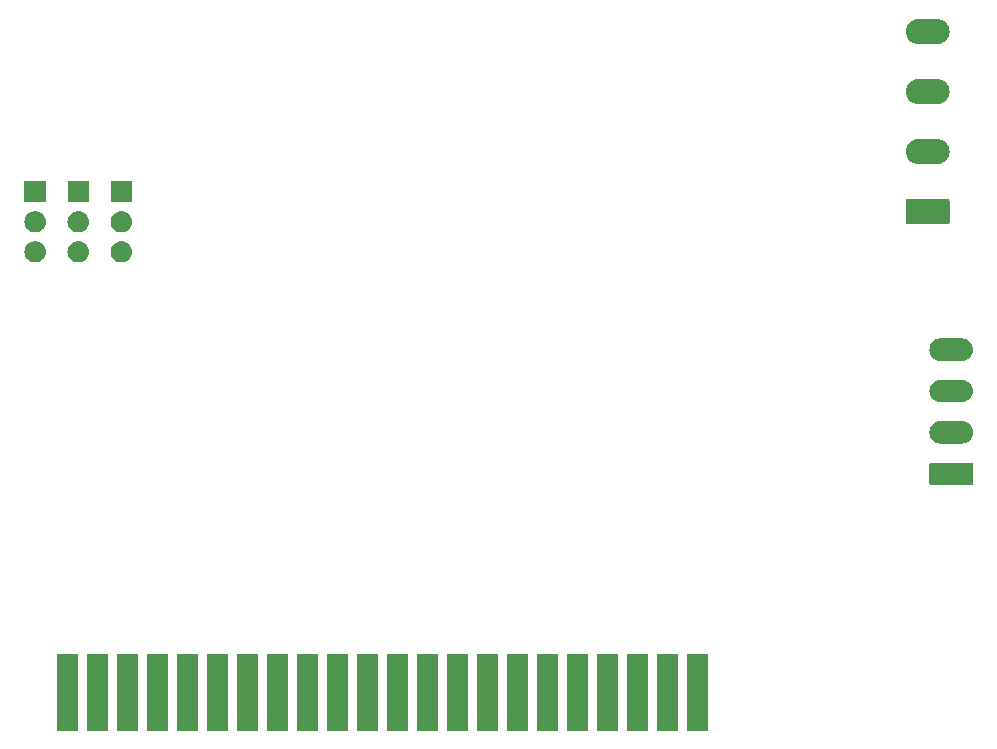
<source format=gbr>
G04 #@! TF.GenerationSoftware,KiCad,Pcbnew,5.0.2-bee76a0~70~ubuntu18.04.1*
G04 #@! TF.CreationDate,2019-10-20T22:12:44-04:00*
G04 #@! TF.ProjectId,Stepper Driver Card,53746570-7065-4722-9044-726976657220,rev?*
G04 #@! TF.SameCoordinates,Original*
G04 #@! TF.FileFunction,Soldermask,Bot*
G04 #@! TF.FilePolarity,Negative*
%FSLAX46Y46*%
G04 Gerber Fmt 4.6, Leading zero omitted, Abs format (unit mm)*
G04 Created by KiCad (PCBNEW 5.0.2-bee76a0~70~ubuntu18.04.1) date Sun 20 Oct 2019 10:12:44 PM EDT*
%MOMM*%
%LPD*%
G01*
G04 APERTURE LIST*
%ADD10C,0.100000*%
G04 APERTURE END LIST*
D10*
G36*
X108826500Y-120345400D02*
X107073500Y-120345400D01*
X107073500Y-113893400D01*
X108826500Y-113893400D01*
X108826500Y-120345400D01*
X108826500Y-120345400D01*
G37*
G36*
X162166500Y-120345400D02*
X160413500Y-120345400D01*
X160413500Y-113893400D01*
X162166500Y-113893400D01*
X162166500Y-120345400D01*
X162166500Y-120345400D01*
G37*
G36*
X157086500Y-120345400D02*
X155333500Y-120345400D01*
X155333500Y-113893400D01*
X157086500Y-113893400D01*
X157086500Y-120345400D01*
X157086500Y-120345400D01*
G37*
G36*
X154546500Y-120345400D02*
X152793500Y-120345400D01*
X152793500Y-113893400D01*
X154546500Y-113893400D01*
X154546500Y-120345400D01*
X154546500Y-120345400D01*
G37*
G36*
X152006500Y-120345400D02*
X150253500Y-120345400D01*
X150253500Y-113893400D01*
X152006500Y-113893400D01*
X152006500Y-120345400D01*
X152006500Y-120345400D01*
G37*
G36*
X149466500Y-120345400D02*
X147713500Y-120345400D01*
X147713500Y-113893400D01*
X149466500Y-113893400D01*
X149466500Y-120345400D01*
X149466500Y-120345400D01*
G37*
G36*
X146926500Y-120345400D02*
X145173500Y-120345400D01*
X145173500Y-113893400D01*
X146926500Y-113893400D01*
X146926500Y-120345400D01*
X146926500Y-120345400D01*
G37*
G36*
X144386500Y-120345400D02*
X142633500Y-120345400D01*
X142633500Y-113893400D01*
X144386500Y-113893400D01*
X144386500Y-120345400D01*
X144386500Y-120345400D01*
G37*
G36*
X141846500Y-120345400D02*
X140093500Y-120345400D01*
X140093500Y-113893400D01*
X141846500Y-113893400D01*
X141846500Y-120345400D01*
X141846500Y-120345400D01*
G37*
G36*
X139306500Y-120345400D02*
X137553500Y-120345400D01*
X137553500Y-113893400D01*
X139306500Y-113893400D01*
X139306500Y-120345400D01*
X139306500Y-120345400D01*
G37*
G36*
X159626500Y-120345400D02*
X157873500Y-120345400D01*
X157873500Y-113893400D01*
X159626500Y-113893400D01*
X159626500Y-120345400D01*
X159626500Y-120345400D01*
G37*
G36*
X131686500Y-120345400D02*
X129933500Y-120345400D01*
X129933500Y-113893400D01*
X131686500Y-113893400D01*
X131686500Y-120345400D01*
X131686500Y-120345400D01*
G37*
G36*
X129146500Y-120345400D02*
X127393500Y-120345400D01*
X127393500Y-113893400D01*
X129146500Y-113893400D01*
X129146500Y-120345400D01*
X129146500Y-120345400D01*
G37*
G36*
X126606500Y-120345400D02*
X124853500Y-120345400D01*
X124853500Y-113893400D01*
X126606500Y-113893400D01*
X126606500Y-120345400D01*
X126606500Y-120345400D01*
G37*
G36*
X124066500Y-120345400D02*
X122313500Y-120345400D01*
X122313500Y-113893400D01*
X124066500Y-113893400D01*
X124066500Y-120345400D01*
X124066500Y-120345400D01*
G37*
G36*
X121526500Y-120345400D02*
X119773500Y-120345400D01*
X119773500Y-113893400D01*
X121526500Y-113893400D01*
X121526500Y-120345400D01*
X121526500Y-120345400D01*
G37*
G36*
X118986500Y-120345400D02*
X117233500Y-120345400D01*
X117233500Y-113893400D01*
X118986500Y-113893400D01*
X118986500Y-120345400D01*
X118986500Y-120345400D01*
G37*
G36*
X116446500Y-120345400D02*
X114693500Y-120345400D01*
X114693500Y-113893400D01*
X116446500Y-113893400D01*
X116446500Y-120345400D01*
X116446500Y-120345400D01*
G37*
G36*
X113906500Y-120345400D02*
X112153500Y-120345400D01*
X112153500Y-113893400D01*
X113906500Y-113893400D01*
X113906500Y-120345400D01*
X113906500Y-120345400D01*
G37*
G36*
X111366500Y-120345400D02*
X109613500Y-120345400D01*
X109613500Y-113893400D01*
X111366500Y-113893400D01*
X111366500Y-120345400D01*
X111366500Y-120345400D01*
G37*
G36*
X136766500Y-120345400D02*
X135013500Y-120345400D01*
X135013500Y-113893400D01*
X136766500Y-113893400D01*
X136766500Y-120345400D01*
X136766500Y-120345400D01*
G37*
G36*
X134226500Y-120345400D02*
X132473500Y-120345400D01*
X132473500Y-113893400D01*
X134226500Y-113893400D01*
X134226500Y-120345400D01*
X134226500Y-120345400D01*
G37*
G36*
X184510918Y-97652934D02*
X184543424Y-97662795D01*
X184573383Y-97678808D01*
X184599641Y-97700359D01*
X184621192Y-97726617D01*
X184637205Y-97756576D01*
X184647066Y-97789082D01*
X184651000Y-97829029D01*
X184651000Y-99370971D01*
X184647066Y-99410918D01*
X184637205Y-99443424D01*
X184621192Y-99473383D01*
X184599641Y-99499641D01*
X184573383Y-99521192D01*
X184543424Y-99537205D01*
X184510918Y-99547066D01*
X184470971Y-99551000D01*
X181129029Y-99551000D01*
X181089082Y-99547066D01*
X181056576Y-99537205D01*
X181026617Y-99521192D01*
X181000359Y-99499641D01*
X180978808Y-99473383D01*
X180962795Y-99443424D01*
X180952934Y-99410918D01*
X180949000Y-99370971D01*
X180949000Y-97829029D01*
X180952934Y-97789082D01*
X180962795Y-97756576D01*
X180978808Y-97726617D01*
X181000359Y-97700359D01*
X181026617Y-97678808D01*
X181056576Y-97662795D01*
X181089082Y-97652934D01*
X181129029Y-97649000D01*
X184470971Y-97649000D01*
X184510918Y-97652934D01*
X184510918Y-97652934D01*
G37*
G36*
X183886425Y-94162760D02*
X183886428Y-94162761D01*
X183886429Y-94162761D01*
X184065693Y-94217140D01*
X184065695Y-94217141D01*
X184230905Y-94305448D01*
X184375712Y-94424288D01*
X184494552Y-94569095D01*
X184582859Y-94734305D01*
X184637240Y-94913575D01*
X184655601Y-95100000D01*
X184637240Y-95286425D01*
X184582859Y-95465695D01*
X184494552Y-95630905D01*
X184375712Y-95775712D01*
X184230905Y-95894552D01*
X184230903Y-95894553D01*
X184065693Y-95982860D01*
X183886429Y-96037239D01*
X183886428Y-96037239D01*
X183886425Y-96037240D01*
X183746718Y-96051000D01*
X181853282Y-96051000D01*
X181713575Y-96037240D01*
X181713572Y-96037239D01*
X181713571Y-96037239D01*
X181534307Y-95982860D01*
X181369097Y-95894553D01*
X181369095Y-95894552D01*
X181224288Y-95775712D01*
X181105448Y-95630905D01*
X181017141Y-95465695D01*
X180962760Y-95286425D01*
X180944399Y-95100000D01*
X180962760Y-94913575D01*
X181017141Y-94734305D01*
X181105448Y-94569095D01*
X181224288Y-94424288D01*
X181369095Y-94305448D01*
X181534305Y-94217141D01*
X181534307Y-94217140D01*
X181713571Y-94162761D01*
X181713572Y-94162761D01*
X181713575Y-94162760D01*
X181853282Y-94149000D01*
X183746718Y-94149000D01*
X183886425Y-94162760D01*
X183886425Y-94162760D01*
G37*
G36*
X183886425Y-90662760D02*
X183886428Y-90662761D01*
X183886429Y-90662761D01*
X184065693Y-90717140D01*
X184065695Y-90717141D01*
X184230905Y-90805448D01*
X184375712Y-90924288D01*
X184494552Y-91069095D01*
X184582859Y-91234305D01*
X184637240Y-91413575D01*
X184655601Y-91600000D01*
X184637240Y-91786425D01*
X184582859Y-91965695D01*
X184494552Y-92130905D01*
X184375712Y-92275712D01*
X184230905Y-92394552D01*
X184230903Y-92394553D01*
X184065693Y-92482860D01*
X183886429Y-92537239D01*
X183886428Y-92537239D01*
X183886425Y-92537240D01*
X183746718Y-92551000D01*
X181853282Y-92551000D01*
X181713575Y-92537240D01*
X181713572Y-92537239D01*
X181713571Y-92537239D01*
X181534307Y-92482860D01*
X181369097Y-92394553D01*
X181369095Y-92394552D01*
X181224288Y-92275712D01*
X181105448Y-92130905D01*
X181017141Y-91965695D01*
X180962760Y-91786425D01*
X180944399Y-91600000D01*
X180962760Y-91413575D01*
X181017141Y-91234305D01*
X181105448Y-91069095D01*
X181224288Y-90924288D01*
X181369095Y-90805448D01*
X181534305Y-90717141D01*
X181534307Y-90717140D01*
X181713571Y-90662761D01*
X181713572Y-90662761D01*
X181713575Y-90662760D01*
X181853282Y-90649000D01*
X183746718Y-90649000D01*
X183886425Y-90662760D01*
X183886425Y-90662760D01*
G37*
G36*
X183886425Y-87162760D02*
X183886428Y-87162761D01*
X183886429Y-87162761D01*
X184065693Y-87217140D01*
X184065695Y-87217141D01*
X184230905Y-87305448D01*
X184375712Y-87424288D01*
X184494552Y-87569095D01*
X184582859Y-87734305D01*
X184637240Y-87913575D01*
X184655601Y-88100000D01*
X184637240Y-88286425D01*
X184582859Y-88465695D01*
X184494552Y-88630905D01*
X184375712Y-88775712D01*
X184230905Y-88894552D01*
X184230903Y-88894553D01*
X184065693Y-88982860D01*
X183886429Y-89037239D01*
X183886428Y-89037239D01*
X183886425Y-89037240D01*
X183746718Y-89051000D01*
X181853282Y-89051000D01*
X181713575Y-89037240D01*
X181713572Y-89037239D01*
X181713571Y-89037239D01*
X181534307Y-88982860D01*
X181369097Y-88894553D01*
X181369095Y-88894552D01*
X181224288Y-88775712D01*
X181105448Y-88630905D01*
X181017141Y-88465695D01*
X180962760Y-88286425D01*
X180944399Y-88100000D01*
X180962760Y-87913575D01*
X181017141Y-87734305D01*
X181105448Y-87569095D01*
X181224288Y-87424288D01*
X181369095Y-87305448D01*
X181534305Y-87217141D01*
X181534307Y-87217140D01*
X181713571Y-87162761D01*
X181713572Y-87162761D01*
X181713575Y-87162760D01*
X181853282Y-87149000D01*
X183746718Y-87149000D01*
X183886425Y-87162760D01*
X183886425Y-87162760D01*
G37*
G36*
X112635444Y-78900520D02*
X112701628Y-78907038D01*
X112814854Y-78941385D01*
X112871468Y-78958558D01*
X113010088Y-79032653D01*
X113027992Y-79042223D01*
X113063730Y-79071553D01*
X113165187Y-79154815D01*
X113248449Y-79256272D01*
X113277779Y-79292010D01*
X113277780Y-79292012D01*
X113361444Y-79448534D01*
X113361444Y-79448535D01*
X113412964Y-79618374D01*
X113430360Y-79795001D01*
X113412964Y-79971628D01*
X113378617Y-80084854D01*
X113361444Y-80141468D01*
X113287349Y-80280088D01*
X113277779Y-80297992D01*
X113248449Y-80333730D01*
X113165187Y-80435187D01*
X113063730Y-80518449D01*
X113027992Y-80547779D01*
X113027990Y-80547780D01*
X112871468Y-80631444D01*
X112814854Y-80648617D01*
X112701628Y-80682964D01*
X112635443Y-80689483D01*
X112569261Y-80696001D01*
X112480741Y-80696001D01*
X112414559Y-80689483D01*
X112348374Y-80682964D01*
X112235148Y-80648617D01*
X112178534Y-80631444D01*
X112022012Y-80547780D01*
X112022010Y-80547779D01*
X111986272Y-80518449D01*
X111884815Y-80435187D01*
X111801553Y-80333730D01*
X111772223Y-80297992D01*
X111762653Y-80280088D01*
X111688558Y-80141468D01*
X111671385Y-80084854D01*
X111637038Y-79971628D01*
X111619642Y-79795001D01*
X111637038Y-79618374D01*
X111688558Y-79448535D01*
X111688558Y-79448534D01*
X111772222Y-79292012D01*
X111772223Y-79292010D01*
X111801553Y-79256272D01*
X111884815Y-79154815D01*
X111986272Y-79071553D01*
X112022010Y-79042223D01*
X112039914Y-79032653D01*
X112178534Y-78958558D01*
X112235148Y-78941385D01*
X112348374Y-78907038D01*
X112414558Y-78900520D01*
X112480741Y-78894001D01*
X112569261Y-78894001D01*
X112635444Y-78900520D01*
X112635444Y-78900520D01*
G37*
G36*
X108985444Y-78900520D02*
X109051628Y-78907038D01*
X109164854Y-78941385D01*
X109221468Y-78958558D01*
X109360088Y-79032653D01*
X109377992Y-79042223D01*
X109413730Y-79071553D01*
X109515187Y-79154815D01*
X109598449Y-79256272D01*
X109627779Y-79292010D01*
X109627780Y-79292012D01*
X109711444Y-79448534D01*
X109711444Y-79448535D01*
X109762964Y-79618374D01*
X109780360Y-79795001D01*
X109762964Y-79971628D01*
X109728617Y-80084854D01*
X109711444Y-80141468D01*
X109637349Y-80280088D01*
X109627779Y-80297992D01*
X109598449Y-80333730D01*
X109515187Y-80435187D01*
X109413730Y-80518449D01*
X109377992Y-80547779D01*
X109377990Y-80547780D01*
X109221468Y-80631444D01*
X109164854Y-80648617D01*
X109051628Y-80682964D01*
X108985443Y-80689483D01*
X108919261Y-80696001D01*
X108830741Y-80696001D01*
X108764559Y-80689483D01*
X108698374Y-80682964D01*
X108585148Y-80648617D01*
X108528534Y-80631444D01*
X108372012Y-80547780D01*
X108372010Y-80547779D01*
X108336272Y-80518449D01*
X108234815Y-80435187D01*
X108151553Y-80333730D01*
X108122223Y-80297992D01*
X108112653Y-80280088D01*
X108038558Y-80141468D01*
X108021385Y-80084854D01*
X107987038Y-79971628D01*
X107969642Y-79795001D01*
X107987038Y-79618374D01*
X108038558Y-79448535D01*
X108038558Y-79448534D01*
X108122222Y-79292012D01*
X108122223Y-79292010D01*
X108151553Y-79256272D01*
X108234815Y-79154815D01*
X108336272Y-79071553D01*
X108372010Y-79042223D01*
X108389914Y-79032653D01*
X108528534Y-78958558D01*
X108585148Y-78941385D01*
X108698374Y-78907038D01*
X108764558Y-78900520D01*
X108830741Y-78894001D01*
X108919261Y-78894001D01*
X108985444Y-78900520D01*
X108985444Y-78900520D01*
G37*
G36*
X105335444Y-78900520D02*
X105401628Y-78907038D01*
X105514854Y-78941385D01*
X105571468Y-78958558D01*
X105710088Y-79032653D01*
X105727992Y-79042223D01*
X105763730Y-79071553D01*
X105865187Y-79154815D01*
X105948449Y-79256272D01*
X105977779Y-79292010D01*
X105977780Y-79292012D01*
X106061444Y-79448534D01*
X106061444Y-79448535D01*
X106112964Y-79618374D01*
X106130360Y-79795001D01*
X106112964Y-79971628D01*
X106078617Y-80084854D01*
X106061444Y-80141468D01*
X105987349Y-80280088D01*
X105977779Y-80297992D01*
X105948449Y-80333730D01*
X105865187Y-80435187D01*
X105763730Y-80518449D01*
X105727992Y-80547779D01*
X105727990Y-80547780D01*
X105571468Y-80631444D01*
X105514854Y-80648617D01*
X105401628Y-80682964D01*
X105335443Y-80689483D01*
X105269261Y-80696001D01*
X105180741Y-80696001D01*
X105114559Y-80689483D01*
X105048374Y-80682964D01*
X104935148Y-80648617D01*
X104878534Y-80631444D01*
X104722012Y-80547780D01*
X104722010Y-80547779D01*
X104686272Y-80518449D01*
X104584815Y-80435187D01*
X104501553Y-80333730D01*
X104472223Y-80297992D01*
X104462653Y-80280088D01*
X104388558Y-80141468D01*
X104371385Y-80084854D01*
X104337038Y-79971628D01*
X104319642Y-79795001D01*
X104337038Y-79618374D01*
X104388558Y-79448535D01*
X104388558Y-79448534D01*
X104472222Y-79292012D01*
X104472223Y-79292010D01*
X104501553Y-79256272D01*
X104584815Y-79154815D01*
X104686272Y-79071553D01*
X104722010Y-79042223D01*
X104739914Y-79032653D01*
X104878534Y-78958558D01*
X104935148Y-78941385D01*
X105048374Y-78907038D01*
X105114558Y-78900520D01*
X105180741Y-78894001D01*
X105269261Y-78894001D01*
X105335444Y-78900520D01*
X105335444Y-78900520D01*
G37*
G36*
X112635443Y-76360519D02*
X112701628Y-76367038D01*
X112814854Y-76401385D01*
X112871468Y-76418558D01*
X113010088Y-76492653D01*
X113027992Y-76502223D01*
X113063730Y-76531553D01*
X113165187Y-76614815D01*
X113248449Y-76716272D01*
X113277779Y-76752010D01*
X113277780Y-76752012D01*
X113361444Y-76908534D01*
X113361444Y-76908535D01*
X113412964Y-77078374D01*
X113430360Y-77255001D01*
X113412964Y-77431628D01*
X113378617Y-77544854D01*
X113361444Y-77601468D01*
X113287349Y-77740088D01*
X113277779Y-77757992D01*
X113248449Y-77793730D01*
X113165187Y-77895187D01*
X113063730Y-77978449D01*
X113027992Y-78007779D01*
X113027990Y-78007780D01*
X112871468Y-78091444D01*
X112814854Y-78108617D01*
X112701628Y-78142964D01*
X112635444Y-78149482D01*
X112569261Y-78156001D01*
X112480741Y-78156001D01*
X112414558Y-78149482D01*
X112348374Y-78142964D01*
X112235148Y-78108617D01*
X112178534Y-78091444D01*
X112022012Y-78007780D01*
X112022010Y-78007779D01*
X111986272Y-77978449D01*
X111884815Y-77895187D01*
X111801553Y-77793730D01*
X111772223Y-77757992D01*
X111762653Y-77740088D01*
X111688558Y-77601468D01*
X111671385Y-77544854D01*
X111637038Y-77431628D01*
X111619642Y-77255001D01*
X111637038Y-77078374D01*
X111688558Y-76908535D01*
X111688558Y-76908534D01*
X111772222Y-76752012D01*
X111772223Y-76752010D01*
X111801553Y-76716272D01*
X111884815Y-76614815D01*
X111986272Y-76531553D01*
X112022010Y-76502223D01*
X112039914Y-76492653D01*
X112178534Y-76418558D01*
X112235148Y-76401385D01*
X112348374Y-76367038D01*
X112414559Y-76360519D01*
X112480741Y-76354001D01*
X112569261Y-76354001D01*
X112635443Y-76360519D01*
X112635443Y-76360519D01*
G37*
G36*
X108985443Y-76360519D02*
X109051628Y-76367038D01*
X109164854Y-76401385D01*
X109221468Y-76418558D01*
X109360088Y-76492653D01*
X109377992Y-76502223D01*
X109413730Y-76531553D01*
X109515187Y-76614815D01*
X109598449Y-76716272D01*
X109627779Y-76752010D01*
X109627780Y-76752012D01*
X109711444Y-76908534D01*
X109711444Y-76908535D01*
X109762964Y-77078374D01*
X109780360Y-77255001D01*
X109762964Y-77431628D01*
X109728617Y-77544854D01*
X109711444Y-77601468D01*
X109637349Y-77740088D01*
X109627779Y-77757992D01*
X109598449Y-77793730D01*
X109515187Y-77895187D01*
X109413730Y-77978449D01*
X109377992Y-78007779D01*
X109377990Y-78007780D01*
X109221468Y-78091444D01*
X109164854Y-78108617D01*
X109051628Y-78142964D01*
X108985444Y-78149482D01*
X108919261Y-78156001D01*
X108830741Y-78156001D01*
X108764558Y-78149482D01*
X108698374Y-78142964D01*
X108585148Y-78108617D01*
X108528534Y-78091444D01*
X108372012Y-78007780D01*
X108372010Y-78007779D01*
X108336272Y-77978449D01*
X108234815Y-77895187D01*
X108151553Y-77793730D01*
X108122223Y-77757992D01*
X108112653Y-77740088D01*
X108038558Y-77601468D01*
X108021385Y-77544854D01*
X107987038Y-77431628D01*
X107969642Y-77255001D01*
X107987038Y-77078374D01*
X108038558Y-76908535D01*
X108038558Y-76908534D01*
X108122222Y-76752012D01*
X108122223Y-76752010D01*
X108151553Y-76716272D01*
X108234815Y-76614815D01*
X108336272Y-76531553D01*
X108372010Y-76502223D01*
X108389914Y-76492653D01*
X108528534Y-76418558D01*
X108585148Y-76401385D01*
X108698374Y-76367038D01*
X108764559Y-76360519D01*
X108830741Y-76354001D01*
X108919261Y-76354001D01*
X108985443Y-76360519D01*
X108985443Y-76360519D01*
G37*
G36*
X105335443Y-76360519D02*
X105401628Y-76367038D01*
X105514854Y-76401385D01*
X105571468Y-76418558D01*
X105710088Y-76492653D01*
X105727992Y-76502223D01*
X105763730Y-76531553D01*
X105865187Y-76614815D01*
X105948449Y-76716272D01*
X105977779Y-76752010D01*
X105977780Y-76752012D01*
X106061444Y-76908534D01*
X106061444Y-76908535D01*
X106112964Y-77078374D01*
X106130360Y-77255001D01*
X106112964Y-77431628D01*
X106078617Y-77544854D01*
X106061444Y-77601468D01*
X105987349Y-77740088D01*
X105977779Y-77757992D01*
X105948449Y-77793730D01*
X105865187Y-77895187D01*
X105763730Y-77978449D01*
X105727992Y-78007779D01*
X105727990Y-78007780D01*
X105571468Y-78091444D01*
X105514854Y-78108617D01*
X105401628Y-78142964D01*
X105335444Y-78149482D01*
X105269261Y-78156001D01*
X105180741Y-78156001D01*
X105114558Y-78149482D01*
X105048374Y-78142964D01*
X104935148Y-78108617D01*
X104878534Y-78091444D01*
X104722012Y-78007780D01*
X104722010Y-78007779D01*
X104686272Y-77978449D01*
X104584815Y-77895187D01*
X104501553Y-77793730D01*
X104472223Y-77757992D01*
X104462653Y-77740088D01*
X104388558Y-77601468D01*
X104371385Y-77544854D01*
X104337038Y-77431628D01*
X104319642Y-77255001D01*
X104337038Y-77078374D01*
X104388558Y-76908535D01*
X104388558Y-76908534D01*
X104472222Y-76752012D01*
X104472223Y-76752010D01*
X104501553Y-76716272D01*
X104584815Y-76614815D01*
X104686272Y-76531553D01*
X104722010Y-76502223D01*
X104739914Y-76492653D01*
X104878534Y-76418558D01*
X104935148Y-76401385D01*
X105048374Y-76367038D01*
X105114559Y-76360519D01*
X105180741Y-76354001D01*
X105269261Y-76354001D01*
X105335443Y-76360519D01*
X105335443Y-76360519D01*
G37*
G36*
X182516216Y-75312808D02*
X182547491Y-75322295D01*
X182576309Y-75337698D01*
X182601570Y-75358430D01*
X182622302Y-75383691D01*
X182637705Y-75412509D01*
X182647192Y-75443784D01*
X182651000Y-75482447D01*
X182651000Y-77317553D01*
X182647192Y-77356216D01*
X182637705Y-77387491D01*
X182622302Y-77416309D01*
X182601570Y-77441570D01*
X182576309Y-77462302D01*
X182547491Y-77477705D01*
X182516216Y-77487192D01*
X182477553Y-77491000D01*
X179122447Y-77491000D01*
X179083784Y-77487192D01*
X179052509Y-77477705D01*
X179023691Y-77462302D01*
X178998430Y-77441570D01*
X178977698Y-77416309D01*
X178962295Y-77387491D01*
X178952808Y-77356216D01*
X178949000Y-77317553D01*
X178949000Y-75482447D01*
X178952808Y-75443784D01*
X178962295Y-75412509D01*
X178977698Y-75383691D01*
X178998430Y-75358430D01*
X179023691Y-75337698D01*
X179052509Y-75322295D01*
X179083784Y-75312808D01*
X179122447Y-75309000D01*
X182477553Y-75309000D01*
X182516216Y-75312808D01*
X182516216Y-75312808D01*
G37*
G36*
X106126001Y-75616001D02*
X104324001Y-75616001D01*
X104324001Y-73814001D01*
X106126001Y-73814001D01*
X106126001Y-75616001D01*
X106126001Y-75616001D01*
G37*
G36*
X109776001Y-75616001D02*
X107974001Y-75616001D01*
X107974001Y-73814001D01*
X109776001Y-73814001D01*
X109776001Y-75616001D01*
X109776001Y-75616001D01*
G37*
G36*
X113426001Y-75616001D02*
X111624001Y-75616001D01*
X111624001Y-73814001D01*
X113426001Y-73814001D01*
X113426001Y-75616001D01*
X113426001Y-75616001D01*
G37*
G36*
X181773870Y-70244786D02*
X181773873Y-70244787D01*
X181979527Y-70307171D01*
X181979529Y-70307172D01*
X181979532Y-70307173D01*
X182169060Y-70408477D01*
X182335186Y-70544814D01*
X182471523Y-70710940D01*
X182572827Y-70900468D01*
X182635214Y-71106130D01*
X182656278Y-71320000D01*
X182635214Y-71533870D01*
X182572827Y-71739532D01*
X182471523Y-71929060D01*
X182335186Y-72095186D01*
X182169060Y-72231523D01*
X181979532Y-72332827D01*
X181979529Y-72332828D01*
X181979527Y-72332829D01*
X181806147Y-72385423D01*
X181773870Y-72395214D01*
X181613592Y-72411000D01*
X179986408Y-72411000D01*
X179826130Y-72395214D01*
X179793853Y-72385423D01*
X179620473Y-72332829D01*
X179620471Y-72332828D01*
X179620468Y-72332827D01*
X179430940Y-72231523D01*
X179264814Y-72095186D01*
X179128477Y-71929060D01*
X179027173Y-71739532D01*
X178964786Y-71533870D01*
X178943722Y-71320000D01*
X178964786Y-71106130D01*
X179027173Y-70900468D01*
X179128477Y-70710940D01*
X179264814Y-70544814D01*
X179430940Y-70408477D01*
X179620468Y-70307173D01*
X179620471Y-70307172D01*
X179620473Y-70307171D01*
X179826127Y-70244787D01*
X179826130Y-70244786D01*
X179986408Y-70229000D01*
X181613592Y-70229000D01*
X181773870Y-70244786D01*
X181773870Y-70244786D01*
G37*
G36*
X181773870Y-65164786D02*
X181773873Y-65164787D01*
X181979527Y-65227171D01*
X181979529Y-65227172D01*
X181979532Y-65227173D01*
X182169060Y-65328477D01*
X182335186Y-65464814D01*
X182471523Y-65630940D01*
X182572827Y-65820468D01*
X182635214Y-66026130D01*
X182656278Y-66240000D01*
X182635214Y-66453870D01*
X182572827Y-66659532D01*
X182471523Y-66849060D01*
X182335186Y-67015186D01*
X182169060Y-67151523D01*
X181979532Y-67252827D01*
X181979529Y-67252828D01*
X181979527Y-67252829D01*
X181806147Y-67305423D01*
X181773870Y-67315214D01*
X181613592Y-67331000D01*
X179986408Y-67331000D01*
X179826130Y-67315214D01*
X179793853Y-67305423D01*
X179620473Y-67252829D01*
X179620471Y-67252828D01*
X179620468Y-67252827D01*
X179430940Y-67151523D01*
X179264814Y-67015186D01*
X179128477Y-66849060D01*
X179027173Y-66659532D01*
X178964786Y-66453870D01*
X178943722Y-66240000D01*
X178964786Y-66026130D01*
X179027173Y-65820468D01*
X179128477Y-65630940D01*
X179264814Y-65464814D01*
X179430940Y-65328477D01*
X179620468Y-65227173D01*
X179620471Y-65227172D01*
X179620473Y-65227171D01*
X179826127Y-65164787D01*
X179826130Y-65164786D01*
X179986408Y-65149000D01*
X181613592Y-65149000D01*
X181773870Y-65164786D01*
X181773870Y-65164786D01*
G37*
G36*
X181773870Y-60084786D02*
X181773873Y-60084787D01*
X181979527Y-60147171D01*
X181979529Y-60147172D01*
X181979532Y-60147173D01*
X182169060Y-60248477D01*
X182335186Y-60384814D01*
X182471523Y-60550940D01*
X182572827Y-60740468D01*
X182635214Y-60946130D01*
X182656278Y-61160000D01*
X182635214Y-61373870D01*
X182572827Y-61579532D01*
X182471523Y-61769060D01*
X182335186Y-61935186D01*
X182169060Y-62071523D01*
X181979532Y-62172827D01*
X181979529Y-62172828D01*
X181979527Y-62172829D01*
X181806147Y-62225423D01*
X181773870Y-62235214D01*
X181613592Y-62251000D01*
X179986408Y-62251000D01*
X179826130Y-62235214D01*
X179793853Y-62225423D01*
X179620473Y-62172829D01*
X179620471Y-62172828D01*
X179620468Y-62172827D01*
X179430940Y-62071523D01*
X179264814Y-61935186D01*
X179128477Y-61769060D01*
X179027173Y-61579532D01*
X178964786Y-61373870D01*
X178943722Y-61160000D01*
X178964786Y-60946130D01*
X179027173Y-60740468D01*
X179128477Y-60550940D01*
X179264814Y-60384814D01*
X179430940Y-60248477D01*
X179620468Y-60147173D01*
X179620471Y-60147172D01*
X179620473Y-60147171D01*
X179826127Y-60084787D01*
X179826130Y-60084786D01*
X179986408Y-60069000D01*
X181613592Y-60069000D01*
X181773870Y-60084786D01*
X181773870Y-60084786D01*
G37*
M02*

</source>
